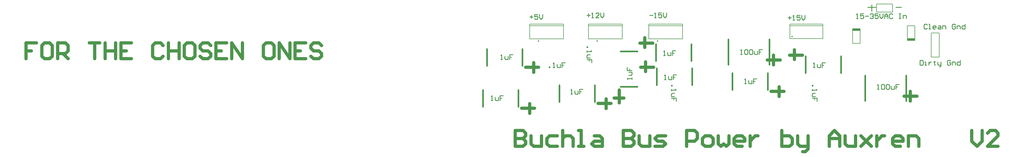
<source format=gto>
G04 Layer_Color=65535*
%FSLAX25Y25*%
%MOIN*%
G70*
G01*
G75*
%ADD27C,0.00984*%
%ADD28C,0.00787*%
%ADD29C,0.01969*%
%ADD30C,0.04000*%
%ADD31C,0.01000*%
%ADD32C,0.03937*%
%ADD33R,0.09291X0.02622*%
D27*
X1177579Y405669D02*
G03*
X1177579Y405669I-492J0D01*
G01*
X1010492Y400157D02*
G03*
X1010492Y400157I-492J0D01*
G01*
X862492D02*
G03*
X862492Y400157I-492J0D01*
G01*
X935492D02*
G03*
X935492Y400157I-492J0D01*
G01*
D28*
X1174527Y403110D02*
Y421220D01*
X1174528Y403110D02*
X1215472D01*
X1174528Y419252D02*
X1215472D01*
X1174528Y421220D02*
X1215472D01*
Y403110D02*
Y421220D01*
X998937Y402716D02*
Y421220D01*
Y402716D02*
X1041063D01*
X998937Y419252D02*
X1041063D01*
X998937Y421220D02*
X1041063D01*
Y402716D02*
Y421220D01*
X1350000Y380000D02*
X1360000D01*
X1350000D02*
Y410000D01*
X1360000D01*
Y380000D02*
Y410000D01*
X1282000Y436283D02*
Y446283D01*
X1302000D01*
X1282000Y436283D02*
X1302000D01*
Y446283D01*
X1320354Y400876D02*
Y419124D01*
Y400876D02*
X1329646D01*
X1320354Y419124D02*
X1329646D01*
Y400876D02*
Y419124D01*
X850937Y402716D02*
Y421220D01*
Y402716D02*
X893063D01*
X850937Y419252D02*
X893063D01*
X850937Y421220D02*
X893063D01*
Y402716D02*
Y421220D01*
X923937Y402716D02*
Y421220D01*
Y402716D02*
X966063D01*
X923937Y419252D02*
X966063D01*
X923937Y421220D02*
X966063D01*
Y402716D02*
Y421220D01*
X1252354Y397159D02*
Y415408D01*
Y397159D02*
X1261646D01*
X1252354Y415408D02*
X1261646D01*
Y397159D02*
Y415408D01*
D29*
X1053000Y345000D02*
Y366000D01*
X1009000Y345000D02*
Y366000D01*
X1098000Y370500D02*
Y402000D01*
X1149000Y370500D02*
Y402000D01*
X1238000Y360000D02*
Y381000D01*
X1194000Y360000D02*
Y381000D01*
X964000Y387000D02*
X985000D01*
X964000Y343000D02*
X985000D01*
X1103000Y339000D02*
Y360000D01*
X1147000Y339000D02*
Y360000D01*
X1268000Y325500D02*
Y357000D01*
X1319000Y325500D02*
Y357000D01*
X798000Y369000D02*
Y390000D01*
X842000Y369000D02*
Y390000D01*
X793000Y318000D02*
Y339000D01*
X837000Y318000D02*
Y339000D01*
X888000Y324000D02*
Y345000D01*
X932000Y324000D02*
Y345000D01*
X1052000Y375000D02*
Y396000D01*
X1008000Y375000D02*
Y396000D01*
D30*
X995000Y362000D02*
Y374000D01*
X989000Y367500D02*
X1005000D01*
X1146500Y376500D02*
X1162500D01*
X1154000Y370500D02*
Y382500D01*
X1180000Y377000D02*
Y389000D01*
X1174000Y382500D02*
X1190000D01*
X956000Y329000D02*
X968000D01*
X962500Y323000D02*
Y339000D01*
X1161000Y331000D02*
Y343000D01*
X1151000Y337500D02*
X1167000D01*
X1316500Y331500D02*
X1332500D01*
X1324000Y325500D02*
Y337500D01*
X856000Y361000D02*
Y373000D01*
X846000Y367500D02*
X862000D01*
X851000Y310000D02*
Y322000D01*
X841000Y316500D02*
X857000D01*
X946000Y316000D02*
Y328000D01*
X936000Y322500D02*
X952000D01*
X994000Y392000D02*
Y404000D01*
X988000Y397500D02*
X1004000D01*
D31*
X1271000Y442000D02*
X1281000D01*
X1276000Y437000D02*
Y445000D01*
X1306000Y442000D02*
X1313000D01*
X1172000Y428999D02*
X1175999D01*
X1173999Y430998D02*
Y427000D01*
X1177998Y426000D02*
X1179997D01*
X1178998D01*
Y431998D01*
X1177998Y430998D01*
X1186995Y431998D02*
X1182996D01*
Y428999D01*
X1184996Y429999D01*
X1185995D01*
X1186995Y428999D01*
Y427000D01*
X1185995Y426000D01*
X1183996D01*
X1182996Y427000D01*
X1188995Y431998D02*
Y427999D01*
X1190994Y426000D01*
X1192993Y427999D01*
Y431998D01*
X1000000Y431999D02*
X1003999D01*
X1005998Y429000D02*
X1007997D01*
X1006998D01*
Y434998D01*
X1005998Y433998D01*
X1014995Y434998D02*
X1010996D01*
Y431999D01*
X1012996Y432999D01*
X1013995D01*
X1014995Y431999D01*
Y430000D01*
X1013995Y429000D01*
X1011996D01*
X1010996Y430000D01*
X1016994Y434998D02*
Y430999D01*
X1018994Y429000D01*
X1020993Y430999D01*
Y434998D01*
X1018500Y352000D02*
X1020499D01*
X1019500D01*
Y357998D01*
X1018500Y356998D01*
X1023498Y355999D02*
Y353000D01*
X1024498Y352000D01*
X1027497D01*
Y355999D01*
X1033495Y357998D02*
X1029496D01*
Y354999D01*
X1031496D01*
X1029496D01*
Y352000D01*
X1113000Y383626D02*
X1114999D01*
X1114000D01*
Y389624D01*
X1113000Y388624D01*
X1117998D02*
X1118998Y389624D01*
X1120997D01*
X1121997Y388624D01*
Y384626D01*
X1120997Y383626D01*
X1118998D01*
X1117998Y384626D01*
Y388624D01*
X1123996D02*
X1124996Y389624D01*
X1126995D01*
X1127995Y388624D01*
Y384626D01*
X1126995Y383626D01*
X1124996D01*
X1123996Y384626D01*
Y388624D01*
X1129994Y387625D02*
Y384626D01*
X1130994Y383626D01*
X1133993D01*
Y387625D01*
X1139991Y389624D02*
X1135993D01*
Y386625D01*
X1137992D01*
X1135993D01*
Y383626D01*
X1027000Y345000D02*
X1028000D01*
Y344000D01*
X1027000D01*
Y345000D01*
Y340002D02*
Y338002D01*
Y339002D01*
X1032998D01*
X1031998Y340002D01*
X1030999Y335003D02*
X1028000D01*
X1027000Y334004D01*
Y331005D01*
X1030999D01*
X1032998Y325007D02*
Y329005D01*
X1029999D01*
Y327006D01*
Y329005D01*
X1027000D01*
X922000Y393000D02*
X923000D01*
Y392000D01*
X922000D01*
Y393000D01*
Y388002D02*
Y386002D01*
Y387002D01*
X927998D01*
X926998Y388002D01*
X925999Y383003D02*
X923000D01*
X922000Y382004D01*
Y379005D01*
X925999D01*
X927998Y373007D02*
Y377005D01*
X924999D01*
Y375006D01*
Y377005D01*
X922000D01*
X1203500Y367000D02*
X1205499D01*
X1204500D01*
Y372998D01*
X1203500Y371998D01*
X1208498Y370999D02*
Y368000D01*
X1209498Y367000D01*
X1212497D01*
Y370999D01*
X1218495Y372998D02*
X1214496D01*
Y369999D01*
X1216496D01*
X1214496D01*
Y367000D01*
X1202000Y345000D02*
X1203000D01*
Y344000D01*
X1202000D01*
Y345000D01*
Y340002D02*
Y338002D01*
Y339002D01*
X1207998D01*
X1206998Y340002D01*
X1205999Y335003D02*
X1203000D01*
X1202000Y334004D01*
Y331005D01*
X1205999D01*
X1207998Y325007D02*
Y329005D01*
X1204999D01*
Y327006D01*
Y329005D01*
X1202000D01*
X978000Y352500D02*
Y354499D01*
Y353500D01*
X972002D01*
X973002Y352500D01*
X974001Y357498D02*
X977000D01*
X978000Y358498D01*
Y361497D01*
X974001D01*
X972002Y367495D02*
Y363496D01*
X975001D01*
Y365496D01*
Y363496D01*
X978000D01*
X1118000Y347000D02*
X1119999D01*
X1119000D01*
Y352998D01*
X1118000Y351998D01*
X1122998Y350999D02*
Y348000D01*
X1123998Y347000D01*
X1126997D01*
Y350999D01*
X1132995Y352998D02*
X1128996D01*
Y349999D01*
X1130996D01*
X1128996D01*
Y347000D01*
X1283000Y340000D02*
X1284999D01*
X1284000D01*
Y345998D01*
X1283000Y344998D01*
X1287998D02*
X1288998Y345998D01*
X1290997D01*
X1291997Y344998D01*
Y341000D01*
X1290997Y340000D01*
X1288998D01*
X1287998Y341000D01*
Y344998D01*
X1293996D02*
X1294996Y345998D01*
X1296996D01*
X1297995Y344998D01*
Y341000D01*
X1296996Y340000D01*
X1294996D01*
X1293996Y341000D01*
Y344998D01*
X1299994Y343999D02*
Y341000D01*
X1300994Y340000D01*
X1303993D01*
Y343999D01*
X1309991Y345998D02*
X1305993D01*
Y342999D01*
X1307992D01*
X1305993D01*
Y340000D01*
X875000Y367000D02*
Y368000D01*
X876000D01*
Y367000D01*
X875000D01*
X879998D02*
X881998D01*
X880998D01*
Y372998D01*
X879998Y371998D01*
X884997Y370999D02*
Y368000D01*
X885996Y367000D01*
X888995D01*
Y370999D01*
X894993Y372998D02*
X890995D01*
Y369999D01*
X892994D01*
X890995D01*
Y367000D01*
X815000Y377000D02*
X816999D01*
X816000D01*
Y382998D01*
X815000Y381998D01*
X819998Y380999D02*
Y378000D01*
X820998Y377000D01*
X823997D01*
Y380999D01*
X829995Y382998D02*
X825996D01*
Y379999D01*
X827996D01*
X825996D01*
Y377000D01*
X803000Y326000D02*
X804999D01*
X804000D01*
Y331998D01*
X803000Y330998D01*
X807998Y329999D02*
Y327000D01*
X808998Y326000D01*
X811997D01*
Y329999D01*
X817995Y331998D02*
X813996D01*
Y328999D01*
X815996D01*
X813996D01*
Y326000D01*
X902000Y334000D02*
X903999D01*
X903000D01*
Y339998D01*
X902000Y338998D01*
X906998Y337999D02*
Y335000D01*
X907998Y334000D01*
X910997D01*
Y337999D01*
X916995Y339998D02*
X912996D01*
Y336999D01*
X914996D01*
X912996D01*
Y334000D01*
X1017500Y382000D02*
X1019499D01*
X1018500D01*
Y387998D01*
X1017500Y386998D01*
X1022498Y385999D02*
Y383000D01*
X1023498Y382000D01*
X1026497D01*
Y385999D01*
X1032495Y387998D02*
X1028496D01*
Y384999D01*
X1030496D01*
X1028496D01*
Y382000D01*
X851000Y429999D02*
X854999D01*
X852999Y431998D02*
Y428000D01*
X860997Y432998D02*
X856998D01*
Y429999D01*
X858997Y430999D01*
X859997D01*
X860997Y429999D01*
Y428000D01*
X859997Y427000D01*
X857998D01*
X856998Y428000D01*
X862996Y432998D02*
Y428999D01*
X864995Y427000D01*
X866995Y428999D01*
Y432998D01*
X922000Y431999D02*
X925999D01*
X923999Y433998D02*
Y430000D01*
X927998Y429000D02*
X929997D01*
X928998D01*
Y434998D01*
X927998Y433998D01*
X936995Y429000D02*
X932996D01*
X936995Y432999D01*
Y433998D01*
X935995Y434998D01*
X933996D01*
X932996Y433998D01*
X938995Y434998D02*
Y430999D01*
X940994Y429000D01*
X942993Y430999D01*
Y434998D01*
X1257000Y428000D02*
X1258999D01*
X1258000D01*
Y433998D01*
X1257000Y432998D01*
X1265997Y433998D02*
X1261998D01*
Y430999D01*
X1263998Y431999D01*
X1264997D01*
X1265997Y430999D01*
Y429000D01*
X1264997Y428000D01*
X1262998D01*
X1261998Y429000D01*
X1267996Y430999D02*
X1271995D01*
X1273995Y432998D02*
X1274994Y433998D01*
X1276993D01*
X1277993Y432998D01*
Y431999D01*
X1276993Y430999D01*
X1275994D01*
X1276993D01*
X1277993Y429999D01*
Y429000D01*
X1276993Y428000D01*
X1274994D01*
X1273995Y429000D01*
X1283991Y433998D02*
X1279993D01*
Y430999D01*
X1281992Y431999D01*
X1282992D01*
X1283991Y430999D01*
Y429000D01*
X1282992Y428000D01*
X1280992D01*
X1279993Y429000D01*
X1285991Y433998D02*
Y429999D01*
X1287990Y428000D01*
X1289989Y429999D01*
Y433998D01*
X1291989Y428000D02*
Y431999D01*
X1293988Y433998D01*
X1295987Y431999D01*
Y428000D01*
Y430999D01*
X1291989D01*
X1301985Y432998D02*
X1300986Y433998D01*
X1298986D01*
X1297987Y432998D01*
Y429000D01*
X1298986Y428000D01*
X1300986D01*
X1301985Y429000D01*
X1309983Y433998D02*
X1311982D01*
X1310983D01*
Y428000D01*
X1309983D01*
X1311982D01*
X1314981D02*
Y431999D01*
X1317980D01*
X1318980Y430999D01*
Y428000D01*
X1344999Y419998D02*
X1343999Y420998D01*
X1342000D01*
X1341000Y419998D01*
Y416000D01*
X1342000Y415000D01*
X1343999D01*
X1344999Y416000D01*
X1346998Y415000D02*
X1348997D01*
X1347998D01*
Y420998D01*
X1346998D01*
X1354996Y415000D02*
X1352996D01*
X1351996Y416000D01*
Y417999D01*
X1352996Y418999D01*
X1354996D01*
X1355995Y417999D01*
Y416999D01*
X1351996D01*
X1358994Y418999D02*
X1360993D01*
X1361993Y417999D01*
Y415000D01*
X1358994D01*
X1357994Y416000D01*
X1358994Y416999D01*
X1361993D01*
X1363993Y415000D02*
Y418999D01*
X1366992D01*
X1367991Y417999D01*
Y415000D01*
X1379987Y419998D02*
X1378988Y420998D01*
X1376988D01*
X1375989Y419998D01*
Y416000D01*
X1376988Y415000D01*
X1378988D01*
X1379987Y416000D01*
Y417999D01*
X1377988D01*
X1381987Y415000D02*
Y418999D01*
X1384986D01*
X1385985Y417999D01*
Y415000D01*
X1391984Y420998D02*
Y415000D01*
X1388984D01*
X1387985Y416000D01*
Y417999D01*
X1388984Y418999D01*
X1391984D01*
X1336000Y375998D02*
Y370000D01*
X1338999D01*
X1339999Y371000D01*
Y374998D01*
X1338999Y375998D01*
X1336000D01*
X1341998Y370000D02*
X1343997D01*
X1342998D01*
Y373999D01*
X1341998D01*
X1346996D02*
Y370000D01*
Y371999D01*
X1347996Y372999D01*
X1348996Y373999D01*
X1349996D01*
X1353994Y374998D02*
Y373999D01*
X1352995D01*
X1354994D01*
X1353994D01*
Y371000D01*
X1354994Y370000D01*
X1357993Y373999D02*
Y371000D01*
X1358993Y370000D01*
X1361992D01*
Y369000D01*
X1360992Y368001D01*
X1359992D01*
X1361992Y370000D02*
Y373999D01*
X1373988Y374998D02*
X1372988Y375998D01*
X1370989D01*
X1369989Y374998D01*
Y371000D01*
X1370989Y370000D01*
X1372988D01*
X1373988Y371000D01*
Y372999D01*
X1371988D01*
X1375987Y370000D02*
Y373999D01*
X1378986D01*
X1379986Y372999D01*
Y370000D01*
X1385984Y375998D02*
Y370000D01*
X1382985D01*
X1381985Y371000D01*
Y372999D01*
X1382985Y373999D01*
X1385984D01*
D32*
X238119Y397679D02*
X225000D01*
Y387839D01*
X231560D01*
X225000D01*
Y378000D01*
X254518Y397679D02*
X247958D01*
X244679Y394399D01*
Y381280D01*
X247958Y378000D01*
X254518D01*
X257798Y381280D01*
Y394399D01*
X254518Y397679D01*
X264357Y378000D02*
Y397679D01*
X274197D01*
X277477Y394399D01*
Y387839D01*
X274197Y384560D01*
X264357D01*
X270917D02*
X277477Y378000D01*
X303715Y397679D02*
X316834D01*
X310274D01*
Y378000D01*
X323393Y397679D02*
Y378000D01*
Y387839D01*
X336512D01*
Y397679D01*
Y378000D01*
X356191Y397679D02*
X343072D01*
Y378000D01*
X356191D01*
X343072Y387839D02*
X349632D01*
X395549Y394399D02*
X392269Y397679D01*
X385709D01*
X382429Y394399D01*
Y381280D01*
X385709Y378000D01*
X392269D01*
X395549Y381280D01*
X402108Y397679D02*
Y378000D01*
Y387839D01*
X415227D01*
Y397679D01*
Y378000D01*
X431626Y397679D02*
X425067D01*
X421787Y394399D01*
Y381280D01*
X425067Y378000D01*
X431626D01*
X434906Y381280D01*
Y394399D01*
X431626Y397679D01*
X454585Y394399D02*
X451305Y397679D01*
X444745D01*
X441466Y394399D01*
Y391119D01*
X444745Y387839D01*
X451305D01*
X454585Y384560D01*
Y381280D01*
X451305Y378000D01*
X444745D01*
X441466Y381280D01*
X474263Y397679D02*
X461144D01*
Y378000D01*
X474263D01*
X461144Y387839D02*
X467704D01*
X480823Y378000D02*
Y397679D01*
X493942Y378000D01*
Y397679D01*
X530020D02*
X523460D01*
X520180Y394399D01*
Y381280D01*
X523460Y378000D01*
X530020D01*
X533299Y381280D01*
Y394399D01*
X530020Y397679D01*
X539859Y378000D02*
Y397679D01*
X552978Y378000D01*
Y397679D01*
X572657D02*
X559538D01*
Y378000D01*
X572657D01*
X559538Y387839D02*
X566097D01*
X592335Y394399D02*
X589056Y397679D01*
X582496D01*
X579216Y394399D01*
Y391119D01*
X582496Y387839D01*
X589056D01*
X592335Y384560D01*
Y381280D01*
X589056Y378000D01*
X582496D01*
X579216Y381280D01*
X833000Y288679D02*
Y269000D01*
X842839D01*
X846119Y272280D01*
Y275560D01*
X842839Y278839D01*
X833000D01*
X842839D01*
X846119Y282119D01*
Y285399D01*
X842839Y288679D01*
X833000D01*
X852679Y282119D02*
Y272280D01*
X855958Y269000D01*
X865798D01*
Y282119D01*
X885476D02*
X875637D01*
X872357Y278839D01*
Y272280D01*
X875637Y269000D01*
X885476D01*
X892036Y288679D02*
Y269000D01*
Y278839D01*
X895316Y282119D01*
X901875D01*
X905155Y278839D01*
Y269000D01*
X911715D02*
X918274D01*
X914995D01*
Y288679D01*
X911715D01*
X931393Y282119D02*
X937953D01*
X941233Y278839D01*
Y269000D01*
X931393D01*
X928114Y272280D01*
X931393Y275560D01*
X941233D01*
X967471Y288679D02*
Y269000D01*
X977310D01*
X980590Y272280D01*
Y275560D01*
X977310Y278839D01*
X967471D01*
X977310D01*
X980590Y282119D01*
Y285399D01*
X977310Y288679D01*
X967471D01*
X987150Y282119D02*
Y272280D01*
X990429Y269000D01*
X1000269D01*
Y282119D01*
X1006828Y269000D02*
X1016668D01*
X1019948Y272280D01*
X1016668Y275560D01*
X1010108D01*
X1006828Y278839D01*
X1010108Y282119D01*
X1019948D01*
X1046186Y269000D02*
Y288679D01*
X1056025D01*
X1059305Y285399D01*
Y278839D01*
X1056025Y275560D01*
X1046186D01*
X1069144Y269000D02*
X1075704D01*
X1078983Y272280D01*
Y278839D01*
X1075704Y282119D01*
X1069144D01*
X1065864Y278839D01*
Y272280D01*
X1069144Y269000D01*
X1085543Y282119D02*
Y272280D01*
X1088823Y269000D01*
X1092103Y272280D01*
X1095382Y269000D01*
X1098662Y272280D01*
Y282119D01*
X1115061Y269000D02*
X1108502D01*
X1105222Y272280D01*
Y278839D01*
X1108502Y282119D01*
X1115061D01*
X1118341Y278839D01*
Y275560D01*
X1105222D01*
X1124900Y282119D02*
Y269000D01*
Y275560D01*
X1128180Y278839D01*
X1131460Y282119D01*
X1134740D01*
X1164258Y288679D02*
Y269000D01*
X1174097D01*
X1177377Y272280D01*
Y275560D01*
Y278839D01*
X1174097Y282119D01*
X1164258D01*
X1183937D02*
Y272280D01*
X1187216Y269000D01*
X1197056D01*
Y265720D01*
X1193776Y262440D01*
X1190496D01*
X1197056Y269000D02*
Y282119D01*
X1223294Y269000D02*
Y282119D01*
X1229853Y288679D01*
X1236413Y282119D01*
Y269000D01*
Y278839D01*
X1223294D01*
X1242972Y282119D02*
Y272280D01*
X1246252Y269000D01*
X1256092D01*
Y282119D01*
X1262651D02*
X1275770Y269000D01*
X1269211Y275560D01*
X1275770Y282119D01*
X1262651Y269000D01*
X1282330Y282119D02*
Y269000D01*
Y275560D01*
X1285610Y278839D01*
X1288889Y282119D01*
X1292169D01*
X1311848Y269000D02*
X1305288D01*
X1302009Y272280D01*
Y278839D01*
X1305288Y282119D01*
X1311848D01*
X1315128Y278839D01*
Y275560D01*
X1302009D01*
X1321687Y269000D02*
Y282119D01*
X1331527D01*
X1334806Y278839D01*
Y269000D01*
X1400402Y288679D02*
Y275560D01*
X1406962Y269000D01*
X1413521Y275560D01*
Y288679D01*
X1433200Y269000D02*
X1420081D01*
X1433200Y282119D01*
Y285399D01*
X1429920Y288679D01*
X1423360D01*
X1420081Y285399D01*
D33*
X1325000Y402189D02*
D03*
X1257000Y414094D02*
D03*
M02*

</source>
